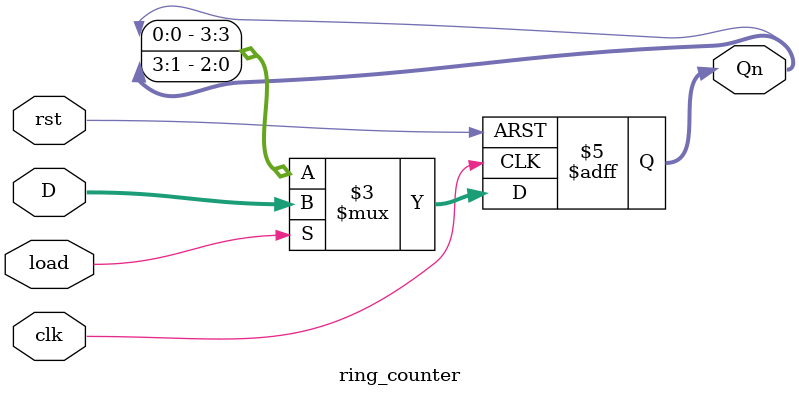
<source format=sv>
module ring_counter(
input wire clk, rst, load,
  input wire [3:0] D,
  output reg [3:0] Qn);
  always @ (posedge clk or posedge rst)
    begin
      if(rst)
        begin
          Qn <= 4'b0000;
        end
      else if (load)
        begin
          Qn <= D;
        end
      else 
        begin
          Qn <= {Qn[0], Qn[3:1]};
        end
    end
endmodule

</source>
